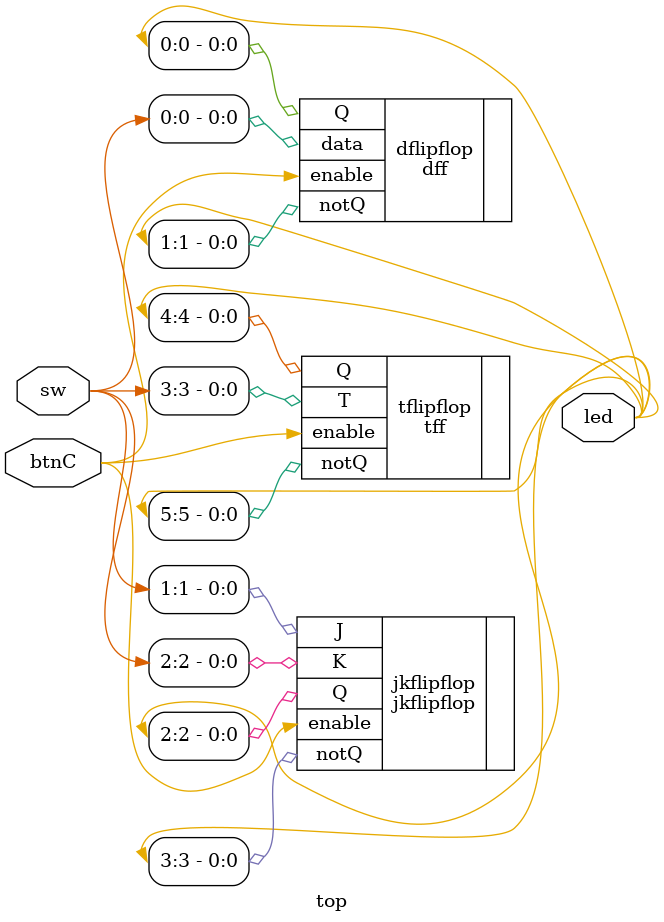
<source format=v>
module top(
    input [3:0] sw,
    input btnC,
    output [5:0] led
    );

dff dflipflop(
    .enable(btnC),
    .data(sw[0]),
    .Q(led[0]),
    .notQ(led[1])
);

jkflipflop jkflipflop(
    .J(sw[1]),
    .K(sw[2]),
    .enable(btnC),
    .Q(led[2]),
    .notQ(led[3])
);

tff tflipflop(
    .T(sw[3]),
    .enable(btnC),
    .Q(led[4]),
    .notQ(led[5])
);
endmodule

</source>
